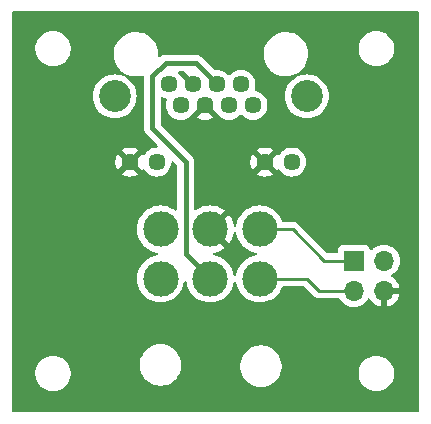
<source format=gbl>
G04 #@! TF.GenerationSoftware,KiCad,Pcbnew,(7.0.0-0)*
G04 #@! TF.CreationDate,2023-06-07T10:38:09+02:00*
G04 #@! TF.ProjectId,hru300 adapter pcn,68727533-3030-4206-9164-617074657220,rev?*
G04 #@! TF.SameCoordinates,Original*
G04 #@! TF.FileFunction,Copper,L2,Bot*
G04 #@! TF.FilePolarity,Positive*
%FSLAX46Y46*%
G04 Gerber Fmt 4.6, Leading zero omitted, Abs format (unit mm)*
G04 Created by KiCad (PCBNEW (7.0.0-0)) date 2023-06-07 10:38:09*
%MOMM*%
%LPD*%
G01*
G04 APERTURE LIST*
G04 #@! TA.AperFunction,ComponentPad*
%ADD10R,1.700000X1.700000*%
G04 #@! TD*
G04 #@! TA.AperFunction,ComponentPad*
%ADD11O,1.700000X1.700000*%
G04 #@! TD*
G04 #@! TA.AperFunction,ComponentPad*
%ADD12C,1.446000*%
G04 #@! TD*
G04 #@! TA.AperFunction,ComponentPad*
%ADD13C,2.700000*%
G04 #@! TD*
G04 #@! TA.AperFunction,ComponentPad*
%ADD14C,3.000000*%
G04 #@! TD*
G04 #@! TA.AperFunction,Conductor*
%ADD15C,0.250000*%
G04 #@! TD*
G04 #@! TA.AperFunction,Conductor*
%ADD16C,0.406400*%
G04 #@! TD*
G04 APERTURE END LIST*
D10*
X156459999Y-91959999D03*
D11*
X158999999Y-91959999D03*
X156459999Y-94499999D03*
X158999999Y-94499999D03*
D12*
X140784200Y-77012800D03*
X141804200Y-78792800D03*
X142824200Y-77012800D03*
X143844200Y-78792800D03*
X144864200Y-77012800D03*
X145884200Y-78792800D03*
X146904200Y-77012800D03*
X147924200Y-78792800D03*
X137494200Y-83602800D03*
X139784200Y-83602800D03*
X148924200Y-83602800D03*
X151214200Y-83602800D03*
D13*
X152484200Y-78032800D03*
X136224200Y-78032800D03*
D14*
X148497400Y-93482200D03*
X144297400Y-93482200D03*
X140097400Y-93482200D03*
X148497400Y-89282200D03*
X144297400Y-89282200D03*
X140097400Y-89282200D03*
D15*
X148497400Y-89282200D02*
X151282200Y-89282200D01*
X153960000Y-91960000D02*
X156460000Y-91960000D01*
X151282200Y-89282200D02*
X153960000Y-91960000D01*
D16*
X144864200Y-77012800D02*
X143060800Y-75209400D01*
X139395200Y-80746600D02*
X142214600Y-83566000D01*
X142214600Y-91399400D02*
X144297400Y-93482200D01*
X140538200Y-75209400D02*
X139395200Y-76352400D01*
X143060800Y-75209400D02*
X140538200Y-75209400D01*
X139395200Y-76352400D02*
X139395200Y-80746600D01*
X142214600Y-83566000D02*
X142214600Y-91399400D01*
D15*
X153500000Y-94500000D02*
X156460000Y-94500000D01*
X148497400Y-93482200D02*
X152482200Y-93482200D01*
X152482200Y-93482200D02*
X153500000Y-94500000D01*
G04 #@! TA.AperFunction,Conductor*
G36*
X142100721Y-75928386D02*
G01*
X142145659Y-75970474D01*
X142163618Y-75998664D01*
X143090072Y-76925118D01*
X143122166Y-76980705D01*
X143122166Y-77044892D01*
X143090072Y-77100480D01*
X142911881Y-77278672D01*
X142856294Y-77310766D01*
X142792107Y-77310766D01*
X142736519Y-77278672D01*
X141835116Y-76377269D01*
X141821222Y-76360712D01*
X141728141Y-76227779D01*
X141728139Y-76227776D01*
X141725036Y-76223345D01*
X141626472Y-76124781D01*
X141596222Y-76075418D01*
X141591680Y-76017702D01*
X141613835Y-75964215D01*
X141657858Y-75926615D01*
X141714153Y-75913100D01*
X142041079Y-75913100D01*
X142100721Y-75928386D01*
G37*
G04 #@! TD.AperFunction*
G04 #@! TA.AperFunction,Conductor*
G36*
X161937500Y-70857713D02*
G01*
X161982887Y-70903100D01*
X161999500Y-70965100D01*
X161999500Y-104676216D01*
X161982857Y-104738269D01*
X161937395Y-104783664D01*
X161875317Y-104800216D01*
X127624317Y-104749783D01*
X127562395Y-104733109D01*
X127517082Y-104687730D01*
X127500500Y-104625783D01*
X127500500Y-101624335D01*
X129499500Y-101624335D01*
X129500343Y-101629387D01*
X129500344Y-101629398D01*
X129522122Y-101759904D01*
X129540429Y-101869614D01*
X129542093Y-101874461D01*
X129542094Y-101874465D01*
X129619507Y-102099962D01*
X129619510Y-102099969D01*
X129621172Y-102104810D01*
X129623607Y-102109310D01*
X129623610Y-102109316D01*
X129688755Y-102229693D01*
X129739526Y-102323509D01*
X129742676Y-102327557D01*
X129742678Y-102327559D01*
X129770861Y-102363768D01*
X129892262Y-102519744D01*
X129896029Y-102523211D01*
X129896032Y-102523215D01*
X130014776Y-102632526D01*
X130075215Y-102688164D01*
X130174057Y-102752740D01*
X130279099Y-102821368D01*
X130279102Y-102821369D01*
X130283393Y-102824173D01*
X130511119Y-102924063D01*
X130752179Y-102985108D01*
X130937933Y-103000500D01*
X131059497Y-103000500D01*
X131062067Y-103000500D01*
X131247821Y-102985108D01*
X131488881Y-102924063D01*
X131716607Y-102824173D01*
X131924785Y-102688164D01*
X132107738Y-102519744D01*
X132260474Y-102323509D01*
X132378828Y-102104810D01*
X132459571Y-101869614D01*
X132500500Y-101624335D01*
X132500500Y-101375665D01*
X132459571Y-101130386D01*
X132385073Y-100913382D01*
X138346900Y-100913382D01*
X138347589Y-100917954D01*
X138347590Y-100917965D01*
X138385312Y-101168228D01*
X138385313Y-101168235D01*
X138386004Y-101172815D01*
X138387369Y-101177243D01*
X138387371Y-101177248D01*
X138461969Y-101419091D01*
X138461973Y-101419101D01*
X138463337Y-101423523D01*
X138577172Y-101659904D01*
X138724967Y-101876679D01*
X138903419Y-102069005D01*
X139108543Y-102232586D01*
X139335757Y-102363768D01*
X139579984Y-102459620D01*
X139835770Y-102518002D01*
X140031906Y-102532700D01*
X140160577Y-102532700D01*
X140162894Y-102532700D01*
X140359030Y-102518002D01*
X140614816Y-102459620D01*
X140859043Y-102363768D01*
X141086257Y-102232586D01*
X141291381Y-102069005D01*
X141469833Y-101876679D01*
X141617628Y-101659904D01*
X141731463Y-101423523D01*
X141808796Y-101172815D01*
X141832827Y-101013382D01*
X146846900Y-101013382D01*
X146847589Y-101017954D01*
X146847590Y-101017965D01*
X146885312Y-101268228D01*
X146885313Y-101268235D01*
X146886004Y-101272815D01*
X146887369Y-101277243D01*
X146887371Y-101277248D01*
X146961969Y-101519091D01*
X146961973Y-101519101D01*
X146963337Y-101523523D01*
X146965346Y-101527696D01*
X146965349Y-101527702D01*
X147030861Y-101663739D01*
X147077172Y-101759904D01*
X147224967Y-101976679D01*
X147403419Y-102169005D01*
X147608543Y-102332586D01*
X147835757Y-102463768D01*
X148079984Y-102559620D01*
X148335770Y-102618002D01*
X148531906Y-102632700D01*
X148660577Y-102632700D01*
X148662894Y-102632700D01*
X148859030Y-102618002D01*
X149114816Y-102559620D01*
X149359043Y-102463768D01*
X149586257Y-102332586D01*
X149791381Y-102169005D01*
X149969833Y-101976679D01*
X150117628Y-101759904D01*
X150182915Y-101624335D01*
X156868500Y-101624335D01*
X156869343Y-101629387D01*
X156869344Y-101629398D01*
X156891122Y-101759904D01*
X156909429Y-101869614D01*
X156911093Y-101874461D01*
X156911094Y-101874465D01*
X156988507Y-102099962D01*
X156988510Y-102099969D01*
X156990172Y-102104810D01*
X156992607Y-102109310D01*
X156992610Y-102109316D01*
X157057755Y-102229693D01*
X157108526Y-102323509D01*
X157111676Y-102327557D01*
X157111678Y-102327559D01*
X157139861Y-102363768D01*
X157261262Y-102519744D01*
X157265029Y-102523211D01*
X157265032Y-102523215D01*
X157383776Y-102632526D01*
X157444215Y-102688164D01*
X157543057Y-102752740D01*
X157648099Y-102821368D01*
X157648102Y-102821369D01*
X157652393Y-102824173D01*
X157880119Y-102924063D01*
X158121179Y-102985108D01*
X158306933Y-103000500D01*
X158428497Y-103000500D01*
X158431067Y-103000500D01*
X158616821Y-102985108D01*
X158857881Y-102924063D01*
X159085607Y-102824173D01*
X159293785Y-102688164D01*
X159476738Y-102519744D01*
X159629474Y-102323509D01*
X159747828Y-102104810D01*
X159828571Y-101869614D01*
X159869500Y-101624335D01*
X159869500Y-101375665D01*
X159828571Y-101130386D01*
X159747828Y-100895190D01*
X159629474Y-100676491D01*
X159476738Y-100480256D01*
X159472970Y-100476787D01*
X159472967Y-100476784D01*
X159297560Y-100315311D01*
X159297559Y-100315310D01*
X159293785Y-100311836D01*
X159285885Y-100306675D01*
X159089900Y-100178631D01*
X159089893Y-100178627D01*
X159085607Y-100175827D01*
X159080916Y-100173769D01*
X159080910Y-100173766D01*
X158862577Y-100077997D01*
X158862578Y-100077997D01*
X158857881Y-100075937D01*
X158852911Y-100074678D01*
X158852910Y-100074678D01*
X158621795Y-100016151D01*
X158621788Y-100016149D01*
X158616821Y-100014892D01*
X158611709Y-100014468D01*
X158611701Y-100014467D01*
X158433633Y-99999712D01*
X158433617Y-99999711D01*
X158431067Y-99999500D01*
X158306933Y-99999500D01*
X158304383Y-99999711D01*
X158304366Y-99999712D01*
X158126298Y-100014467D01*
X158126288Y-100014468D01*
X158121179Y-100014892D01*
X158116213Y-100016149D01*
X158116204Y-100016151D01*
X157885089Y-100074678D01*
X157885084Y-100074679D01*
X157880119Y-100075937D01*
X157875425Y-100077995D01*
X157875422Y-100077997D01*
X157657089Y-100173766D01*
X157657077Y-100173772D01*
X157652393Y-100175827D01*
X157648111Y-100178624D01*
X157648099Y-100178631D01*
X157448512Y-100309028D01*
X157448506Y-100309031D01*
X157444215Y-100311836D01*
X157440446Y-100315305D01*
X157440439Y-100315311D01*
X157265032Y-100476784D01*
X157265023Y-100476793D01*
X157261262Y-100480256D01*
X157258113Y-100484301D01*
X157258111Y-100484304D01*
X157111678Y-100672440D01*
X157111672Y-100672448D01*
X157108526Y-100676491D01*
X157106088Y-100680995D01*
X157106084Y-100681002D01*
X156992610Y-100890683D01*
X156992605Y-100890693D01*
X156990172Y-100895190D01*
X156988511Y-100900026D01*
X156988507Y-100900037D01*
X156911094Y-101125534D01*
X156911092Y-101125541D01*
X156909429Y-101130386D01*
X156908585Y-101135441D01*
X156908585Y-101135443D01*
X156869344Y-101370601D01*
X156869343Y-101370613D01*
X156868500Y-101375665D01*
X156868500Y-101624335D01*
X150182915Y-101624335D01*
X150231463Y-101523523D01*
X150308796Y-101272815D01*
X150347900Y-101013382D01*
X150347900Y-100751018D01*
X150308796Y-100491585D01*
X150231463Y-100240877D01*
X150117628Y-100004496D01*
X149969833Y-99787721D01*
X149791381Y-99595395D01*
X149586257Y-99431814D01*
X149413052Y-99331814D01*
X149363064Y-99302953D01*
X149363058Y-99302950D01*
X149359043Y-99300632D01*
X149354724Y-99298937D01*
X149354718Y-99298934D01*
X149119138Y-99206476D01*
X149119134Y-99206475D01*
X149114816Y-99204780D01*
X149110293Y-99203747D01*
X149110291Y-99203747D01*
X148863549Y-99147429D01*
X148863543Y-99147428D01*
X148859030Y-99146398D01*
X148854408Y-99146051D01*
X148854404Y-99146051D01*
X148665208Y-99131873D01*
X148665197Y-99131872D01*
X148662894Y-99131700D01*
X148531906Y-99131700D01*
X148529603Y-99131872D01*
X148529591Y-99131873D01*
X148340395Y-99146051D01*
X148340389Y-99146051D01*
X148335770Y-99146398D01*
X148331258Y-99147427D01*
X148331250Y-99147429D01*
X148084508Y-99203747D01*
X148084502Y-99203748D01*
X148079984Y-99204780D01*
X148075668Y-99206473D01*
X148075661Y-99206476D01*
X147840081Y-99298934D01*
X147840070Y-99298939D01*
X147835757Y-99300632D01*
X147831746Y-99302947D01*
X147831735Y-99302953D01*
X147612561Y-99429494D01*
X147608543Y-99431814D01*
X147604919Y-99434703D01*
X147604916Y-99434706D01*
X147407046Y-99592502D01*
X147407041Y-99592506D01*
X147403419Y-99595395D01*
X147400265Y-99598793D01*
X147400263Y-99598796D01*
X147228119Y-99784323D01*
X147228113Y-99784329D01*
X147224967Y-99787721D01*
X147222357Y-99791548D01*
X147222357Y-99791549D01*
X147080434Y-99999712D01*
X147077172Y-100004496D01*
X147075159Y-100008674D01*
X147075156Y-100008681D01*
X146965349Y-100236697D01*
X146965344Y-100236708D01*
X146963337Y-100240877D01*
X146961974Y-100245293D01*
X146961969Y-100245308D01*
X146887371Y-100487151D01*
X146887368Y-100487159D01*
X146886004Y-100491585D01*
X146885314Y-100496161D01*
X146885312Y-100496171D01*
X146847590Y-100746434D01*
X146847589Y-100746446D01*
X146846900Y-100751018D01*
X146846900Y-101013382D01*
X141832827Y-101013382D01*
X141847900Y-100913382D01*
X141847900Y-100651018D01*
X141808796Y-100391585D01*
X141762309Y-100240877D01*
X141732830Y-100145308D01*
X141732828Y-100145305D01*
X141731463Y-100140877D01*
X141617628Y-99904496D01*
X141469833Y-99687721D01*
X141291381Y-99495395D01*
X141086257Y-99331814D01*
X140991616Y-99277173D01*
X140863064Y-99202953D01*
X140863058Y-99202950D01*
X140859043Y-99200632D01*
X140854724Y-99198937D01*
X140854718Y-99198934D01*
X140619138Y-99106476D01*
X140619134Y-99106475D01*
X140614816Y-99104780D01*
X140610293Y-99103747D01*
X140610291Y-99103747D01*
X140363549Y-99047429D01*
X140363543Y-99047428D01*
X140359030Y-99046398D01*
X140354408Y-99046051D01*
X140354404Y-99046051D01*
X140165208Y-99031873D01*
X140165197Y-99031872D01*
X140162894Y-99031700D01*
X140031906Y-99031700D01*
X140029603Y-99031872D01*
X140029591Y-99031873D01*
X139840395Y-99046051D01*
X139840389Y-99046051D01*
X139835770Y-99046398D01*
X139831258Y-99047427D01*
X139831250Y-99047429D01*
X139584508Y-99103747D01*
X139584502Y-99103748D01*
X139579984Y-99104780D01*
X139575668Y-99106473D01*
X139575661Y-99106476D01*
X139340081Y-99198934D01*
X139340070Y-99198939D01*
X139335757Y-99200632D01*
X139331746Y-99202947D01*
X139331735Y-99202953D01*
X139112561Y-99329494D01*
X139108543Y-99331814D01*
X139104919Y-99334703D01*
X139104916Y-99334706D01*
X138907046Y-99492502D01*
X138907041Y-99492506D01*
X138903419Y-99495395D01*
X138900265Y-99498793D01*
X138900263Y-99498796D01*
X138728119Y-99684323D01*
X138728113Y-99684329D01*
X138724967Y-99687721D01*
X138577172Y-99904496D01*
X138575159Y-99908674D01*
X138575156Y-99908681D01*
X138465349Y-100136697D01*
X138465344Y-100136708D01*
X138463337Y-100140877D01*
X138461974Y-100145293D01*
X138461969Y-100145308D01*
X138387371Y-100387151D01*
X138387368Y-100387159D01*
X138386004Y-100391585D01*
X138385314Y-100396161D01*
X138385312Y-100396171D01*
X138347590Y-100646434D01*
X138347589Y-100646446D01*
X138346900Y-100651018D01*
X138346900Y-100913382D01*
X132385073Y-100913382D01*
X132378828Y-100895190D01*
X132260474Y-100676491D01*
X132107738Y-100480256D01*
X132103970Y-100476787D01*
X132103967Y-100476784D01*
X131928560Y-100315311D01*
X131928559Y-100315310D01*
X131924785Y-100311836D01*
X131916885Y-100306675D01*
X131720900Y-100178631D01*
X131720893Y-100178627D01*
X131716607Y-100175827D01*
X131711916Y-100173769D01*
X131711910Y-100173766D01*
X131493577Y-100077997D01*
X131493578Y-100077997D01*
X131488881Y-100075937D01*
X131483911Y-100074678D01*
X131483910Y-100074678D01*
X131252795Y-100016151D01*
X131252788Y-100016149D01*
X131247821Y-100014892D01*
X131242709Y-100014468D01*
X131242701Y-100014467D01*
X131064633Y-99999712D01*
X131064617Y-99999711D01*
X131062067Y-99999500D01*
X130937933Y-99999500D01*
X130935383Y-99999711D01*
X130935366Y-99999712D01*
X130757298Y-100014467D01*
X130757288Y-100014468D01*
X130752179Y-100014892D01*
X130747213Y-100016149D01*
X130747204Y-100016151D01*
X130516089Y-100074678D01*
X130516084Y-100074679D01*
X130511119Y-100075937D01*
X130506425Y-100077995D01*
X130506422Y-100077997D01*
X130288089Y-100173766D01*
X130288077Y-100173772D01*
X130283393Y-100175827D01*
X130279111Y-100178624D01*
X130279099Y-100178631D01*
X130079512Y-100309028D01*
X130079506Y-100309031D01*
X130075215Y-100311836D01*
X130071446Y-100315305D01*
X130071439Y-100315311D01*
X129896032Y-100476784D01*
X129896023Y-100476793D01*
X129892262Y-100480256D01*
X129889113Y-100484301D01*
X129889111Y-100484304D01*
X129742678Y-100672440D01*
X129742672Y-100672448D01*
X129739526Y-100676491D01*
X129737088Y-100680995D01*
X129737084Y-100681002D01*
X129623610Y-100890683D01*
X129623605Y-100890693D01*
X129621172Y-100895190D01*
X129619511Y-100900026D01*
X129619507Y-100900037D01*
X129542094Y-101125534D01*
X129542092Y-101125541D01*
X129540429Y-101130386D01*
X129539585Y-101135441D01*
X129539585Y-101135443D01*
X129500344Y-101370601D01*
X129500343Y-101370613D01*
X129499500Y-101375665D01*
X129499500Y-101624335D01*
X127500500Y-101624335D01*
X127500500Y-84626216D01*
X136827705Y-84626216D01*
X136835136Y-84634325D01*
X136875931Y-84662891D01*
X136885269Y-84668282D01*
X137069404Y-84754146D01*
X137079538Y-84757834D01*
X137275784Y-84810419D01*
X137286415Y-84812293D01*
X137488805Y-84830000D01*
X137499595Y-84830000D01*
X137701984Y-84812293D01*
X137712615Y-84810419D01*
X137908861Y-84757834D01*
X137918995Y-84754146D01*
X138103128Y-84668283D01*
X138112472Y-84662888D01*
X138153261Y-84634326D01*
X138160692Y-84626215D01*
X138154779Y-84616933D01*
X137505742Y-83967895D01*
X137494199Y-83961231D01*
X137482657Y-83967895D01*
X136833619Y-84616933D01*
X136827705Y-84626216D01*
X127500500Y-84626216D01*
X127500500Y-83608195D01*
X136267000Y-83608195D01*
X136284706Y-83810584D01*
X136286580Y-83821215D01*
X136339165Y-84017461D01*
X136342853Y-84027595D01*
X136428716Y-84211728D01*
X136434112Y-84221073D01*
X136462672Y-84261860D01*
X136470783Y-84269292D01*
X136480065Y-84263379D01*
X137129103Y-83614341D01*
X137135767Y-83602799D01*
X137129103Y-83591256D01*
X136480062Y-82942216D01*
X136470783Y-82936305D01*
X136462672Y-82943738D01*
X136434113Y-82984524D01*
X136428715Y-82993874D01*
X136342853Y-83178004D01*
X136339165Y-83188138D01*
X136286580Y-83384384D01*
X136284706Y-83395015D01*
X136267000Y-83597405D01*
X136267000Y-83608195D01*
X127500500Y-83608195D01*
X127500500Y-82579383D01*
X136827705Y-82579383D01*
X136833616Y-82588662D01*
X137482657Y-83237703D01*
X137494200Y-83244367D01*
X137505742Y-83237703D01*
X138154779Y-82588665D01*
X138160692Y-82579383D01*
X138153260Y-82571272D01*
X138112473Y-82542712D01*
X138103128Y-82537316D01*
X137918995Y-82451453D01*
X137908861Y-82447765D01*
X137712615Y-82395180D01*
X137701984Y-82393306D01*
X137499595Y-82375600D01*
X137488805Y-82375600D01*
X137286415Y-82393306D01*
X137275784Y-82395180D01*
X137079538Y-82447765D01*
X137069404Y-82451453D01*
X136885274Y-82537315D01*
X136875924Y-82542713D01*
X136835138Y-82571272D01*
X136827705Y-82579383D01*
X127500500Y-82579383D01*
X127500500Y-78032800D01*
X134368973Y-78032800D01*
X134369289Y-78037218D01*
X134387540Y-78292403D01*
X134387541Y-78292412D01*
X134387857Y-78296826D01*
X134388797Y-78301151D01*
X134388799Y-78301159D01*
X134437912Y-78526927D01*
X134444123Y-78555478D01*
X134445672Y-78559631D01*
X134535078Y-78799340D01*
X134535080Y-78799346D01*
X134536626Y-78803489D01*
X134663484Y-79035811D01*
X134822113Y-79247715D01*
X135009285Y-79434887D01*
X135221189Y-79593516D01*
X135453511Y-79720374D01*
X135701522Y-79812877D01*
X135960174Y-79869143D01*
X136224200Y-79888027D01*
X136488226Y-79869143D01*
X136746878Y-79812877D01*
X136994889Y-79720374D01*
X137227211Y-79593516D01*
X137439115Y-79434887D01*
X137626287Y-79247715D01*
X137784916Y-79035811D01*
X137911774Y-78803489D01*
X138004277Y-78555478D01*
X138060543Y-78296826D01*
X138079427Y-78032800D01*
X138060543Y-77768774D01*
X138004277Y-77510122D01*
X137911774Y-77262111D01*
X137784916Y-77029789D01*
X137626287Y-76817885D01*
X137439115Y-76630713D01*
X137227211Y-76472084D01*
X136994889Y-76345226D01*
X136990746Y-76343680D01*
X136990740Y-76343678D01*
X136751031Y-76254272D01*
X136746878Y-76252723D01*
X136742546Y-76251780D01*
X136742544Y-76251780D01*
X136492559Y-76197399D01*
X136492551Y-76197397D01*
X136488226Y-76196457D01*
X136483812Y-76196141D01*
X136483803Y-76196140D01*
X136228618Y-76177889D01*
X136224200Y-76177573D01*
X136219782Y-76177889D01*
X135964596Y-76196140D01*
X135964585Y-76196141D01*
X135960174Y-76196457D01*
X135955850Y-76197397D01*
X135955840Y-76197399D01*
X135705855Y-76251780D01*
X135705849Y-76251781D01*
X135701522Y-76252723D01*
X135697372Y-76254270D01*
X135697368Y-76254272D01*
X135457659Y-76343678D01*
X135457648Y-76343682D01*
X135453511Y-76345226D01*
X135449629Y-76347345D01*
X135449624Y-76347348D01*
X135225083Y-76469957D01*
X135225075Y-76469961D01*
X135221189Y-76472084D01*
X135217639Y-76474741D01*
X135217635Y-76474744D01*
X135012836Y-76628054D01*
X135012829Y-76628059D01*
X135009285Y-76630713D01*
X135006154Y-76633843D01*
X135006147Y-76633850D01*
X134825250Y-76814747D01*
X134825243Y-76814754D01*
X134822113Y-76817885D01*
X134819459Y-76821429D01*
X134819454Y-76821436D01*
X134672163Y-77018195D01*
X134663484Y-77029789D01*
X134661361Y-77033675D01*
X134661357Y-77033683D01*
X134553453Y-77231294D01*
X134536626Y-77262111D01*
X134535082Y-77266248D01*
X134535078Y-77266259D01*
X134472940Y-77432860D01*
X134444123Y-77510122D01*
X134443181Y-77514449D01*
X134443180Y-77514455D01*
X134388799Y-77764440D01*
X134388797Y-77764450D01*
X134387857Y-77768774D01*
X134387541Y-77773185D01*
X134387540Y-77773196D01*
X134369543Y-78024823D01*
X134368973Y-78032800D01*
X127500500Y-78032800D01*
X127500500Y-74124335D01*
X129499500Y-74124335D01*
X129500343Y-74129387D01*
X129500344Y-74129398D01*
X129522583Y-74262666D01*
X129540429Y-74369614D01*
X129542093Y-74374461D01*
X129542094Y-74374465D01*
X129619507Y-74599962D01*
X129619510Y-74599969D01*
X129621172Y-74604810D01*
X129623607Y-74609310D01*
X129623610Y-74609316D01*
X129737084Y-74818997D01*
X129739526Y-74823509D01*
X129892262Y-75019744D01*
X129896029Y-75023211D01*
X129896032Y-75023215D01*
X129952944Y-75075606D01*
X130075215Y-75188164D01*
X130174057Y-75252740D01*
X130279099Y-75321368D01*
X130279102Y-75321369D01*
X130283393Y-75324173D01*
X130288087Y-75326232D01*
X130288089Y-75326233D01*
X130324599Y-75342248D01*
X130511119Y-75424063D01*
X130752179Y-75485108D01*
X130937933Y-75500500D01*
X131059497Y-75500500D01*
X131062067Y-75500500D01*
X131247821Y-75485108D01*
X131488881Y-75424063D01*
X131716607Y-75324173D01*
X131924785Y-75188164D01*
X132107738Y-75019744D01*
X132260474Y-74823509D01*
X132378828Y-74604810D01*
X132400569Y-74541480D01*
X136124938Y-74541480D01*
X136125432Y-74545977D01*
X136125433Y-74545982D01*
X136154467Y-74809859D01*
X136154468Y-74809866D01*
X136154964Y-74814371D01*
X136156109Y-74818751D01*
X136156111Y-74818761D01*
X136207597Y-75015695D01*
X136224404Y-75079982D01*
X136226169Y-75084136D01*
X136226172Y-75084144D01*
X136329049Y-75326233D01*
X136331777Y-75332652D01*
X136334134Y-75336514D01*
X136424819Y-75485108D01*
X136474795Y-75566996D01*
X136477693Y-75570478D01*
X136477695Y-75570481D01*
X136567991Y-75678983D01*
X136650409Y-75778018D01*
X136854877Y-75961223D01*
X137083841Y-76112704D01*
X137087932Y-76114621D01*
X137087936Y-76114624D01*
X137328325Y-76227313D01*
X137332421Y-76229233D01*
X137595319Y-76308327D01*
X137866931Y-76348300D01*
X138070485Y-76348300D01*
X138072747Y-76348300D01*
X138278005Y-76333277D01*
X138540539Y-76274795D01*
X138595566Y-76275046D01*
X138645065Y-76299083D01*
X138679290Y-76342172D01*
X138691500Y-76395828D01*
X138691500Y-80721600D01*
X138691274Y-80729086D01*
X138688078Y-80781912D01*
X138688078Y-80781919D01*
X138687626Y-80789400D01*
X138688977Y-80796775D01*
X138688978Y-80796783D01*
X138698514Y-80848823D01*
X138699641Y-80856223D01*
X138706026Y-80908802D01*
X138706930Y-80916243D01*
X138709586Y-80923248D01*
X138709588Y-80923253D01*
X138710559Y-80925812D01*
X138716587Y-80947434D01*
X138717077Y-80950110D01*
X138717078Y-80950114D01*
X138718430Y-80957490D01*
X138743234Y-81012606D01*
X138746093Y-81019508D01*
X138767529Y-81076027D01*
X138771785Y-81082194D01*
X138771789Y-81082200D01*
X138773338Y-81084444D01*
X138784365Y-81103995D01*
X138788564Y-81113325D01*
X138793188Y-81119228D01*
X138793190Y-81119230D01*
X138825848Y-81160914D01*
X138830284Y-81166943D01*
X138864605Y-81216666D01*
X138909830Y-81256732D01*
X138915284Y-81261866D01*
X139820394Y-82166976D01*
X139853774Y-82227818D01*
X139849235Y-82297067D01*
X139808200Y-82353033D01*
X139743521Y-82378185D01*
X139576319Y-82392813D01*
X139576313Y-82392814D01*
X139570930Y-82393285D01*
X139565716Y-82394682D01*
X139565705Y-82394684D01*
X139369372Y-82447291D01*
X139369360Y-82447295D01*
X139364140Y-82448694D01*
X139359239Y-82450979D01*
X139359229Y-82450983D01*
X139175023Y-82536880D01*
X139175019Y-82536882D01*
X139170113Y-82539170D01*
X139165680Y-82542273D01*
X139165673Y-82542278D01*
X138999180Y-82658858D01*
X138999175Y-82658861D01*
X138994745Y-82661964D01*
X138990921Y-82665787D01*
X138990915Y-82665793D01*
X138847193Y-82809515D01*
X138847187Y-82809521D01*
X138843364Y-82813345D01*
X138840262Y-82817774D01*
X138840262Y-82817775D01*
X138740469Y-82960294D01*
X138696151Y-82999159D01*
X138638894Y-83013170D01*
X138581638Y-82999160D01*
X138537320Y-82960294D01*
X138525727Y-82943738D01*
X138517616Y-82936305D01*
X138508333Y-82942219D01*
X137859295Y-83591256D01*
X137852631Y-83602799D01*
X137859295Y-83614341D01*
X138508333Y-84263379D01*
X138517615Y-84269292D01*
X138525725Y-84261862D01*
X138537320Y-84245304D01*
X138581638Y-84206439D01*
X138638895Y-84192429D01*
X138696151Y-84206440D01*
X138740467Y-84245303D01*
X138843364Y-84392255D01*
X138994745Y-84543636D01*
X139170113Y-84666430D01*
X139364140Y-84756906D01*
X139570930Y-84812315D01*
X139784200Y-84830974D01*
X139997470Y-84812315D01*
X140204260Y-84756906D01*
X140398287Y-84666430D01*
X140573655Y-84543636D01*
X140725036Y-84392255D01*
X140847830Y-84216887D01*
X140938306Y-84022860D01*
X140993715Y-83816070D01*
X141008815Y-83643475D01*
X141033966Y-83578800D01*
X141089931Y-83537764D01*
X141159180Y-83533225D01*
X141220023Y-83566605D01*
X141474581Y-83821163D01*
X141501461Y-83861391D01*
X141510900Y-83908844D01*
X141510900Y-87593679D01*
X141492395Y-87658846D01*
X141442404Y-87704563D01*
X141375848Y-87717185D01*
X141312591Y-87692947D01*
X141181715Y-87594974D01*
X141177820Y-87592847D01*
X140934450Y-87459956D01*
X140934443Y-87459953D01*
X140930561Y-87457833D01*
X140926417Y-87456287D01*
X140926412Y-87456285D01*
X140666589Y-87359376D01*
X140666585Y-87359375D01*
X140662446Y-87357831D01*
X140632475Y-87351311D01*
X140387161Y-87297946D01*
X140387153Y-87297944D01*
X140382828Y-87297004D01*
X140378414Y-87296688D01*
X140378405Y-87296687D01*
X140101818Y-87276906D01*
X140097400Y-87276590D01*
X140092982Y-87276906D01*
X139816394Y-87296687D01*
X139816383Y-87296688D01*
X139811972Y-87297004D01*
X139807648Y-87297944D01*
X139807638Y-87297946D01*
X139536679Y-87356890D01*
X139536676Y-87356890D01*
X139532354Y-87357831D01*
X139528218Y-87359373D01*
X139528210Y-87359376D01*
X139268387Y-87456285D01*
X139268376Y-87456289D01*
X139264239Y-87457833D01*
X139260361Y-87459950D01*
X139260349Y-87459956D01*
X139016979Y-87592847D01*
X139016971Y-87592851D01*
X139013085Y-87594974D01*
X139009535Y-87597631D01*
X139009531Y-87597634D01*
X138787556Y-87763802D01*
X138787549Y-87763807D01*
X138784005Y-87766461D01*
X138780874Y-87769591D01*
X138780867Y-87769598D01*
X138584798Y-87965667D01*
X138584791Y-87965674D01*
X138581661Y-87968805D01*
X138579007Y-87972349D01*
X138579002Y-87972356D01*
X138412834Y-88194331D01*
X138410174Y-88197885D01*
X138408051Y-88201771D01*
X138408047Y-88201779D01*
X138275156Y-88445149D01*
X138275150Y-88445161D01*
X138273033Y-88449039D01*
X138271489Y-88453176D01*
X138271485Y-88453187D01*
X138174576Y-88713010D01*
X138174573Y-88713018D01*
X138173031Y-88717154D01*
X138172090Y-88721476D01*
X138172090Y-88721479D01*
X138113146Y-88992438D01*
X138113144Y-88992448D01*
X138112204Y-88996772D01*
X138111888Y-89001183D01*
X138111887Y-89001194D01*
X138098061Y-89194519D01*
X138091790Y-89282200D01*
X138092106Y-89286618D01*
X138111887Y-89563205D01*
X138111888Y-89563214D01*
X138112204Y-89567628D01*
X138113144Y-89571953D01*
X138113146Y-89571961D01*
X138118310Y-89595698D01*
X138173031Y-89847246D01*
X138174575Y-89851385D01*
X138174576Y-89851389D01*
X138271407Y-90111003D01*
X138273033Y-90115361D01*
X138275153Y-90119243D01*
X138275156Y-90119250D01*
X138407900Y-90362350D01*
X138410174Y-90366515D01*
X138581661Y-90595595D01*
X138784005Y-90797939D01*
X139013085Y-90969426D01*
X139264239Y-91106567D01*
X139532354Y-91206569D01*
X139782729Y-91261034D01*
X139841509Y-91292049D01*
X139875832Y-91348966D01*
X139875832Y-91415431D01*
X139841510Y-91472348D01*
X139782727Y-91503365D01*
X139536676Y-91556890D01*
X139536665Y-91556893D01*
X139532354Y-91557831D01*
X139528218Y-91559373D01*
X139528210Y-91559376D01*
X139268387Y-91656285D01*
X139268376Y-91656289D01*
X139264239Y-91657833D01*
X139260361Y-91659950D01*
X139260349Y-91659956D01*
X139016979Y-91792847D01*
X139016971Y-91792851D01*
X139013085Y-91794974D01*
X139009535Y-91797631D01*
X139009531Y-91797634D01*
X138787556Y-91963802D01*
X138787549Y-91963807D01*
X138784005Y-91966461D01*
X138780874Y-91969591D01*
X138780867Y-91969598D01*
X138584798Y-92165667D01*
X138584791Y-92165674D01*
X138581661Y-92168805D01*
X138579007Y-92172349D01*
X138579002Y-92172356D01*
X138412834Y-92394331D01*
X138410174Y-92397885D01*
X138408051Y-92401771D01*
X138408047Y-92401779D01*
X138275156Y-92645149D01*
X138275150Y-92645161D01*
X138273033Y-92649039D01*
X138271489Y-92653176D01*
X138271485Y-92653187D01*
X138174576Y-92913010D01*
X138174573Y-92913018D01*
X138173031Y-92917154D01*
X138172090Y-92921476D01*
X138172090Y-92921479D01*
X138113146Y-93192438D01*
X138113144Y-93192448D01*
X138112204Y-93196772D01*
X138111888Y-93201183D01*
X138111887Y-93201194D01*
X138105174Y-93295063D01*
X138091790Y-93482200D01*
X138092106Y-93486618D01*
X138111887Y-93763205D01*
X138111888Y-93763214D01*
X138112204Y-93767628D01*
X138113144Y-93771953D01*
X138113146Y-93771961D01*
X138166511Y-94017275D01*
X138173031Y-94047246D01*
X138174575Y-94051385D01*
X138174576Y-94051389D01*
X138254850Y-94266613D01*
X138273033Y-94315361D01*
X138275153Y-94319243D01*
X138275156Y-94319250D01*
X138305052Y-94374000D01*
X138410174Y-94566515D01*
X138581661Y-94795595D01*
X138784005Y-94997939D01*
X139013085Y-95169426D01*
X139264239Y-95306567D01*
X139532354Y-95406569D01*
X139811972Y-95467396D01*
X140097400Y-95487810D01*
X140382828Y-95467396D01*
X140662446Y-95406569D01*
X140930561Y-95306567D01*
X141181715Y-95169426D01*
X141410795Y-94997939D01*
X141613139Y-94795595D01*
X141784626Y-94566515D01*
X141921767Y-94315361D01*
X142021769Y-94047246D01*
X142076234Y-93796872D01*
X142107251Y-93738089D01*
X142164168Y-93703767D01*
X142230632Y-93703767D01*
X142287549Y-93738089D01*
X142318565Y-93796872D01*
X142373031Y-94047246D01*
X142374575Y-94051385D01*
X142374576Y-94051389D01*
X142454850Y-94266613D01*
X142473033Y-94315361D01*
X142475153Y-94319243D01*
X142475156Y-94319250D01*
X142505052Y-94374000D01*
X142610174Y-94566515D01*
X142781661Y-94795595D01*
X142984005Y-94997939D01*
X143213085Y-95169426D01*
X143464239Y-95306567D01*
X143732354Y-95406569D01*
X144011972Y-95467396D01*
X144297400Y-95487810D01*
X144582828Y-95467396D01*
X144862446Y-95406569D01*
X145130561Y-95306567D01*
X145381715Y-95169426D01*
X145610795Y-94997939D01*
X145813139Y-94795595D01*
X145984626Y-94566515D01*
X146121767Y-94315361D01*
X146221769Y-94047246D01*
X146276234Y-93796872D01*
X146307251Y-93738089D01*
X146364168Y-93703767D01*
X146430632Y-93703767D01*
X146487549Y-93738089D01*
X146518565Y-93796872D01*
X146573031Y-94047246D01*
X146574575Y-94051385D01*
X146574576Y-94051389D01*
X146654850Y-94266613D01*
X146673033Y-94315361D01*
X146675153Y-94319243D01*
X146675156Y-94319250D01*
X146705052Y-94374000D01*
X146810174Y-94566515D01*
X146981661Y-94795595D01*
X147184005Y-94997939D01*
X147413085Y-95169426D01*
X147664239Y-95306567D01*
X147932354Y-95406569D01*
X148211972Y-95467396D01*
X148497400Y-95487810D01*
X148782828Y-95467396D01*
X149062446Y-95406569D01*
X149330561Y-95306567D01*
X149581715Y-95169426D01*
X149810795Y-94997939D01*
X150013139Y-94795595D01*
X150184626Y-94566515D01*
X150321767Y-94315361D01*
X150369133Y-94188366D01*
X150395573Y-94146130D01*
X150436503Y-94117712D01*
X150485316Y-94107700D01*
X152171748Y-94107700D01*
X152219201Y-94117139D01*
X152259429Y-94144019D01*
X153002707Y-94887297D01*
X153010156Y-94895483D01*
X153014214Y-94901877D01*
X153019899Y-94907215D01*
X153019901Y-94907218D01*
X153063239Y-94947915D01*
X153066035Y-94950625D01*
X153085530Y-94970120D01*
X153088615Y-94972513D01*
X153088701Y-94972580D01*
X153097573Y-94980158D01*
X153129418Y-95010062D01*
X153136248Y-95013817D01*
X153136251Y-95013819D01*
X153146971Y-95019712D01*
X153163222Y-95030386D01*
X153179064Y-95042674D01*
X153186221Y-95045771D01*
X153186223Y-95045772D01*
X153219155Y-95060022D01*
X153229650Y-95065164D01*
X153267908Y-95086197D01*
X153287312Y-95091179D01*
X153305714Y-95097480D01*
X153316941Y-95102338D01*
X153324105Y-95105438D01*
X153361697Y-95111391D01*
X153367239Y-95112269D01*
X153378682Y-95114639D01*
X153413425Y-95123560D01*
X153413426Y-95123560D01*
X153420981Y-95125500D01*
X153441017Y-95125500D01*
X153460402Y-95127025D01*
X153480196Y-95130160D01*
X153518276Y-95126560D01*
X153523676Y-95126050D01*
X153535345Y-95125500D01*
X155184772Y-95125500D01*
X155242029Y-95139511D01*
X155286347Y-95178376D01*
X155418399Y-95366966D01*
X155418402Y-95366970D01*
X155421505Y-95371401D01*
X155588599Y-95538495D01*
X155782170Y-95674035D01*
X155996337Y-95773903D01*
X156224592Y-95835063D01*
X156460000Y-95855659D01*
X156695408Y-95835063D01*
X156923663Y-95773903D01*
X157137830Y-95674035D01*
X157331401Y-95538495D01*
X157498495Y-95371401D01*
X157628730Y-95185405D01*
X157673048Y-95146540D01*
X157730305Y-95132529D01*
X157787562Y-95146540D01*
X157831880Y-95185405D01*
X157958784Y-95366643D01*
X157965721Y-95374909D01*
X158125090Y-95534278D01*
X158133356Y-95541215D01*
X158317991Y-95670498D01*
X158327323Y-95675886D01*
X158531602Y-95771143D01*
X158541736Y-95774831D01*
X158736219Y-95826943D01*
X158747448Y-95827311D01*
X158750000Y-95816369D01*
X159250000Y-95816369D01*
X159252551Y-95827311D01*
X159263780Y-95826943D01*
X159458263Y-95774831D01*
X159468397Y-95771143D01*
X159672676Y-95675886D01*
X159682008Y-95670498D01*
X159866643Y-95541215D01*
X159874909Y-95534278D01*
X160034278Y-95374909D01*
X160041215Y-95366643D01*
X160170498Y-95182008D01*
X160175886Y-95172676D01*
X160271143Y-94968397D01*
X160274831Y-94958263D01*
X160326943Y-94763780D01*
X160327311Y-94752551D01*
X160316369Y-94750000D01*
X159266326Y-94750000D01*
X159253450Y-94753450D01*
X159250000Y-94766326D01*
X159250000Y-95816369D01*
X158750000Y-95816369D01*
X158750000Y-94374000D01*
X158766613Y-94312000D01*
X158812000Y-94266613D01*
X158874000Y-94250000D01*
X160316369Y-94250000D01*
X160327311Y-94247448D01*
X160326943Y-94236219D01*
X160274831Y-94041736D01*
X160271143Y-94031602D01*
X160175889Y-93827332D01*
X160170491Y-93817982D01*
X160041215Y-93633357D01*
X160034280Y-93625092D01*
X159874909Y-93465721D01*
X159866643Y-93458784D01*
X159685405Y-93331880D01*
X159646540Y-93287562D01*
X159632529Y-93230305D01*
X159646540Y-93173048D01*
X159685406Y-93128730D01*
X159733728Y-93094895D01*
X159871401Y-92998495D01*
X160038495Y-92831401D01*
X160174035Y-92637830D01*
X160273903Y-92423663D01*
X160335063Y-92195408D01*
X160355659Y-91960000D01*
X160335063Y-91724592D01*
X160273903Y-91496337D01*
X160174035Y-91282171D01*
X160038495Y-91088599D01*
X159871401Y-90921505D01*
X159866970Y-90918402D01*
X159866966Y-90918399D01*
X159682259Y-90789066D01*
X159682257Y-90789064D01*
X159677830Y-90785965D01*
X159672933Y-90783681D01*
X159672927Y-90783678D01*
X159468572Y-90688386D01*
X159468570Y-90688385D01*
X159463663Y-90686097D01*
X159458438Y-90684697D01*
X159458430Y-90684694D01*
X159240634Y-90626337D01*
X159240630Y-90626336D01*
X159235408Y-90624937D01*
X159230020Y-90624465D01*
X159230017Y-90624465D01*
X159005395Y-90604813D01*
X159000000Y-90604341D01*
X158994605Y-90604813D01*
X158769982Y-90624465D01*
X158769977Y-90624465D01*
X158764592Y-90624937D01*
X158759371Y-90626335D01*
X158759365Y-90626337D01*
X158541569Y-90684694D01*
X158541557Y-90684698D01*
X158536337Y-90686097D01*
X158531432Y-90688383D01*
X158531427Y-90688386D01*
X158327081Y-90783675D01*
X158327077Y-90783677D01*
X158322171Y-90785965D01*
X158317738Y-90789068D01*
X158317731Y-90789073D01*
X158133034Y-90918399D01*
X158133029Y-90918402D01*
X158128599Y-90921505D01*
X158124774Y-90925329D01*
X158124775Y-90925329D01*
X158006673Y-91043431D01*
X157953926Y-91074726D01*
X157892633Y-91076915D01*
X157837789Y-91049462D01*
X157802810Y-90999082D01*
X157775304Y-90925336D01*
X157753796Y-90867669D01*
X157667546Y-90752454D01*
X157577030Y-90684694D01*
X157559431Y-90671519D01*
X157559430Y-90671518D01*
X157552331Y-90666204D01*
X157445442Y-90626337D01*
X157424752Y-90618620D01*
X157424750Y-90618619D01*
X157417483Y-90615909D01*
X157409770Y-90615079D01*
X157409767Y-90615079D01*
X157361180Y-90609855D01*
X157361169Y-90609854D01*
X157357873Y-90609500D01*
X157354550Y-90609500D01*
X155565439Y-90609500D01*
X155565420Y-90609500D01*
X155562128Y-90609501D01*
X155558850Y-90609853D01*
X155558838Y-90609854D01*
X155510231Y-90615079D01*
X155510225Y-90615080D01*
X155502517Y-90615909D01*
X155495252Y-90618618D01*
X155495246Y-90618620D01*
X155375980Y-90663104D01*
X155375978Y-90663104D01*
X155367669Y-90666204D01*
X155360572Y-90671516D01*
X155360568Y-90671519D01*
X155259550Y-90747141D01*
X155259546Y-90747144D01*
X155252454Y-90752454D01*
X155247144Y-90759546D01*
X155247141Y-90759550D01*
X155171519Y-90860568D01*
X155171516Y-90860572D01*
X155166204Y-90867669D01*
X155163104Y-90875978D01*
X155163104Y-90875980D01*
X155118620Y-90995247D01*
X155118619Y-90995250D01*
X155115909Y-91002517D01*
X155115079Y-91010227D01*
X155115079Y-91010232D01*
X155109855Y-91058819D01*
X155109854Y-91058831D01*
X155109500Y-91062127D01*
X155109500Y-91065449D01*
X155109500Y-91210500D01*
X155092887Y-91272500D01*
X155047500Y-91317887D01*
X154985500Y-91334500D01*
X154270452Y-91334500D01*
X154222999Y-91325061D01*
X154182771Y-91298181D01*
X152995802Y-90111212D01*
X151779486Y-88894895D01*
X151772042Y-88886714D01*
X151767986Y-88880323D01*
X151718975Y-88834298D01*
X151716178Y-88831587D01*
X151699427Y-88814836D01*
X151699427Y-88814835D01*
X151696671Y-88812080D01*
X151693490Y-88809612D01*
X151684614Y-88802030D01*
X151658469Y-88777478D01*
X151658467Y-88777476D01*
X151652782Y-88772138D01*
X151645949Y-88768382D01*
X151645943Y-88768377D01*
X151635225Y-88762485D01*
X151618966Y-88751806D01*
X151609295Y-88744304D01*
X151609292Y-88744302D01*
X151603136Y-88739527D01*
X151595979Y-88736429D01*
X151595976Y-88736428D01*
X151563049Y-88722178D01*
X151552563Y-88717041D01*
X151521132Y-88699762D01*
X151521123Y-88699758D01*
X151514292Y-88696003D01*
X151506735Y-88694062D01*
X151506731Y-88694061D01*
X151494888Y-88691020D01*
X151476484Y-88684719D01*
X151465257Y-88679860D01*
X151465250Y-88679858D01*
X151458096Y-88676762D01*
X151450392Y-88675541D01*
X151450390Y-88675541D01*
X151414959Y-88669929D01*
X151403524Y-88667561D01*
X151368771Y-88658638D01*
X151368763Y-88658637D01*
X151361219Y-88656700D01*
X151353423Y-88656700D01*
X151341183Y-88656700D01*
X151321797Y-88655174D01*
X151302004Y-88652040D01*
X151294238Y-88652774D01*
X151294235Y-88652774D01*
X151258524Y-88656150D01*
X151246855Y-88656700D01*
X150485316Y-88656700D01*
X150436503Y-88646688D01*
X150395573Y-88618270D01*
X150369134Y-88576034D01*
X150323392Y-88453396D01*
X150321767Y-88449039D01*
X150184626Y-88197885D01*
X150013139Y-87968805D01*
X149810795Y-87766461D01*
X149581715Y-87594974D01*
X149577820Y-87592847D01*
X149334450Y-87459956D01*
X149334443Y-87459953D01*
X149330561Y-87457833D01*
X149326417Y-87456287D01*
X149326412Y-87456285D01*
X149066589Y-87359376D01*
X149066585Y-87359375D01*
X149062446Y-87357831D01*
X149032475Y-87351311D01*
X148787161Y-87297946D01*
X148787153Y-87297944D01*
X148782828Y-87297004D01*
X148778414Y-87296688D01*
X148778405Y-87296687D01*
X148501818Y-87276906D01*
X148497400Y-87276590D01*
X148492982Y-87276906D01*
X148216394Y-87296687D01*
X148216383Y-87296688D01*
X148211972Y-87297004D01*
X148207648Y-87297944D01*
X148207638Y-87297946D01*
X147936679Y-87356890D01*
X147936676Y-87356890D01*
X147932354Y-87357831D01*
X147928218Y-87359373D01*
X147928210Y-87359376D01*
X147668387Y-87456285D01*
X147668376Y-87456289D01*
X147664239Y-87457833D01*
X147660361Y-87459950D01*
X147660349Y-87459956D01*
X147416979Y-87592847D01*
X147416971Y-87592851D01*
X147413085Y-87594974D01*
X147409535Y-87597631D01*
X147409531Y-87597634D01*
X147187556Y-87763802D01*
X147187549Y-87763807D01*
X147184005Y-87766461D01*
X147180874Y-87769591D01*
X147180867Y-87769598D01*
X146984798Y-87965667D01*
X146984791Y-87965674D01*
X146981661Y-87968805D01*
X146979007Y-87972349D01*
X146979002Y-87972356D01*
X146812834Y-88194331D01*
X146810174Y-88197885D01*
X146808051Y-88201771D01*
X146808047Y-88201779D01*
X146675156Y-88445149D01*
X146675150Y-88445161D01*
X146673033Y-88449039D01*
X146671489Y-88453176D01*
X146671485Y-88453187D01*
X146574576Y-88713010D01*
X146574573Y-88713018D01*
X146573031Y-88717154D01*
X146572090Y-88721476D01*
X146572090Y-88721479D01*
X146518310Y-88968701D01*
X146487293Y-89027485D01*
X146430376Y-89061807D01*
X146363912Y-89061807D01*
X146306995Y-89027485D01*
X146275978Y-88968701D01*
X146222228Y-88721621D01*
X146219742Y-88713152D01*
X146122858Y-88453396D01*
X146119187Y-88445358D01*
X145986331Y-88202049D01*
X145981547Y-88194606D01*
X145888200Y-88069910D01*
X145877089Y-88061592D01*
X145864908Y-88068244D01*
X144662495Y-89270657D01*
X144655831Y-89282200D01*
X144662495Y-89293742D01*
X145864908Y-90496154D01*
X145877089Y-90502806D01*
X145888200Y-90494488D01*
X145981547Y-90369793D01*
X145986331Y-90362350D01*
X146119187Y-90119041D01*
X146122858Y-90111003D01*
X146219742Y-89851247D01*
X146222228Y-89842778D01*
X146275978Y-89595698D01*
X146306995Y-89536914D01*
X146363912Y-89502592D01*
X146430376Y-89502592D01*
X146487293Y-89536914D01*
X146518310Y-89595698D01*
X146573031Y-89847246D01*
X146574575Y-89851385D01*
X146574576Y-89851389D01*
X146671407Y-90111003D01*
X146673033Y-90115361D01*
X146675153Y-90119243D01*
X146675156Y-90119250D01*
X146807900Y-90362350D01*
X146810174Y-90366515D01*
X146981661Y-90595595D01*
X147184005Y-90797939D01*
X147413085Y-90969426D01*
X147664239Y-91106567D01*
X147932354Y-91206569D01*
X148182729Y-91261034D01*
X148241509Y-91292049D01*
X148275832Y-91348966D01*
X148275832Y-91415431D01*
X148241510Y-91472348D01*
X148182727Y-91503365D01*
X147936676Y-91556890D01*
X147936665Y-91556893D01*
X147932354Y-91557831D01*
X147928218Y-91559373D01*
X147928210Y-91559376D01*
X147668387Y-91656285D01*
X147668376Y-91656289D01*
X147664239Y-91657833D01*
X147660361Y-91659950D01*
X147660349Y-91659956D01*
X147416979Y-91792847D01*
X147416971Y-91792851D01*
X147413085Y-91794974D01*
X147409535Y-91797631D01*
X147409531Y-91797634D01*
X147187556Y-91963802D01*
X147187549Y-91963807D01*
X147184005Y-91966461D01*
X147180874Y-91969591D01*
X147180867Y-91969598D01*
X146984798Y-92165667D01*
X146984791Y-92165674D01*
X146981661Y-92168805D01*
X146979007Y-92172349D01*
X146979002Y-92172356D01*
X146812834Y-92394331D01*
X146810174Y-92397885D01*
X146808051Y-92401771D01*
X146808047Y-92401779D01*
X146675156Y-92645149D01*
X146675150Y-92645161D01*
X146673033Y-92649039D01*
X146671489Y-92653176D01*
X146671485Y-92653187D01*
X146574576Y-92913010D01*
X146574573Y-92913018D01*
X146573031Y-92917154D01*
X146572090Y-92921476D01*
X146572090Y-92921479D01*
X146518566Y-93167526D01*
X146487549Y-93226310D01*
X146430632Y-93260632D01*
X146364168Y-93260632D01*
X146307251Y-93226310D01*
X146276234Y-93167526D01*
X146251175Y-93052331D01*
X146221769Y-92917154D01*
X146121767Y-92649039D01*
X145984626Y-92397885D01*
X145813139Y-92168805D01*
X145610795Y-91966461D01*
X145381715Y-91794974D01*
X145377820Y-91792847D01*
X145134450Y-91659956D01*
X145134443Y-91659953D01*
X145130561Y-91657833D01*
X145126417Y-91656287D01*
X145126412Y-91656285D01*
X144866589Y-91559376D01*
X144866585Y-91559375D01*
X144862446Y-91557831D01*
X144807565Y-91545892D01*
X144610898Y-91503110D01*
X144552114Y-91472093D01*
X144517792Y-91415176D01*
X144517792Y-91348712D01*
X144552114Y-91291795D01*
X144610898Y-91260778D01*
X144857978Y-91207028D01*
X144866447Y-91204542D01*
X145126203Y-91107658D01*
X145134241Y-91103987D01*
X145377550Y-90971131D01*
X145384993Y-90966347D01*
X145509688Y-90873000D01*
X145518006Y-90861889D01*
X145511354Y-90849708D01*
X144031527Y-89369881D01*
X143999433Y-89314293D01*
X143999433Y-89250106D01*
X144031527Y-89194519D01*
X144297400Y-88928647D01*
X145511354Y-87714690D01*
X145518006Y-87702509D01*
X145509688Y-87691398D01*
X145384993Y-87598052D01*
X145377550Y-87593268D01*
X145134241Y-87460412D01*
X145126203Y-87456741D01*
X144866447Y-87359857D01*
X144857978Y-87357371D01*
X144587090Y-87298442D01*
X144578334Y-87297183D01*
X144301818Y-87277407D01*
X144292982Y-87277407D01*
X144016465Y-87297183D01*
X144007709Y-87298442D01*
X143736821Y-87357371D01*
X143728352Y-87359857D01*
X143468596Y-87456741D01*
X143460558Y-87460412D01*
X143217249Y-87593268D01*
X143209806Y-87598052D01*
X143116611Y-87667818D01*
X143053353Y-87692057D01*
X142986796Y-87679435D01*
X142936805Y-87633718D01*
X142918300Y-87568551D01*
X142918300Y-84626216D01*
X148257705Y-84626216D01*
X148265136Y-84634325D01*
X148305931Y-84662891D01*
X148315269Y-84668282D01*
X148499404Y-84754146D01*
X148509538Y-84757834D01*
X148705784Y-84810419D01*
X148716415Y-84812293D01*
X148918805Y-84830000D01*
X148929595Y-84830000D01*
X149131984Y-84812293D01*
X149142615Y-84810419D01*
X149338861Y-84757834D01*
X149348995Y-84754146D01*
X149533128Y-84668283D01*
X149542472Y-84662888D01*
X149583261Y-84634326D01*
X149590692Y-84626215D01*
X149584779Y-84616933D01*
X148935742Y-83967895D01*
X148924199Y-83961231D01*
X148912657Y-83967895D01*
X148263619Y-84616933D01*
X148257705Y-84626216D01*
X142918300Y-84626216D01*
X142918300Y-83608195D01*
X147697000Y-83608195D01*
X147714706Y-83810584D01*
X147716580Y-83821215D01*
X147769165Y-84017461D01*
X147772853Y-84027595D01*
X147858716Y-84211728D01*
X147864112Y-84221073D01*
X147892672Y-84261860D01*
X147900783Y-84269292D01*
X147910065Y-84263379D01*
X148559103Y-83614341D01*
X148565767Y-83602799D01*
X149282631Y-83602799D01*
X149289295Y-83614341D01*
X149938333Y-84263379D01*
X149947615Y-84269292D01*
X149955725Y-84261862D01*
X149967320Y-84245304D01*
X150011638Y-84206439D01*
X150068895Y-84192429D01*
X150126151Y-84206440D01*
X150170467Y-84245303D01*
X150273364Y-84392255D01*
X150424745Y-84543636D01*
X150600113Y-84666430D01*
X150794140Y-84756906D01*
X151000930Y-84812315D01*
X151214200Y-84830974D01*
X151427470Y-84812315D01*
X151634260Y-84756906D01*
X151828287Y-84666430D01*
X152003655Y-84543636D01*
X152155036Y-84392255D01*
X152277830Y-84216887D01*
X152368306Y-84022860D01*
X152423715Y-83816070D01*
X152442374Y-83602800D01*
X152423715Y-83389530D01*
X152383033Y-83237703D01*
X152369708Y-83187972D01*
X152369707Y-83187971D01*
X152368306Y-83182740D01*
X152277830Y-82988713D01*
X152155036Y-82813345D01*
X152003655Y-82661964D01*
X151885717Y-82579383D01*
X151832726Y-82542278D01*
X151832724Y-82542276D01*
X151828287Y-82539170D01*
X151814089Y-82532549D01*
X151639170Y-82450983D01*
X151639164Y-82450980D01*
X151634260Y-82448694D01*
X151629035Y-82447294D01*
X151629027Y-82447291D01*
X151432694Y-82394684D01*
X151432685Y-82394682D01*
X151427470Y-82393285D01*
X151422082Y-82392813D01*
X151422079Y-82392813D01*
X151219595Y-82375098D01*
X151214200Y-82374626D01*
X151208805Y-82375098D01*
X151006320Y-82392813D01*
X151006315Y-82392813D01*
X151000930Y-82393285D01*
X150995716Y-82394682D01*
X150995705Y-82394684D01*
X150799372Y-82447291D01*
X150799360Y-82447295D01*
X150794140Y-82448694D01*
X150789239Y-82450979D01*
X150789229Y-82450983D01*
X150605023Y-82536880D01*
X150605019Y-82536882D01*
X150600113Y-82539170D01*
X150595680Y-82542273D01*
X150595673Y-82542278D01*
X150429180Y-82658858D01*
X150429175Y-82658861D01*
X150424745Y-82661964D01*
X150420921Y-82665787D01*
X150420915Y-82665793D01*
X150277193Y-82809515D01*
X150277187Y-82809521D01*
X150273364Y-82813345D01*
X150270262Y-82817774D01*
X150270262Y-82817775D01*
X150170469Y-82960294D01*
X150126151Y-82999159D01*
X150068894Y-83013170D01*
X150011638Y-82999160D01*
X149967320Y-82960294D01*
X149955727Y-82943738D01*
X149947616Y-82936305D01*
X149938333Y-82942219D01*
X149289295Y-83591256D01*
X149282631Y-83602799D01*
X148565767Y-83602799D01*
X148559103Y-83591256D01*
X147910062Y-82942216D01*
X147900783Y-82936305D01*
X147892672Y-82943738D01*
X147864113Y-82984524D01*
X147858715Y-82993874D01*
X147772853Y-83178004D01*
X147769165Y-83188138D01*
X147716580Y-83384384D01*
X147714706Y-83395015D01*
X147697000Y-83597405D01*
X147697000Y-83608195D01*
X142918300Y-83608195D01*
X142918300Y-83591000D01*
X142918526Y-83583514D01*
X142921293Y-83537764D01*
X142922174Y-83523200D01*
X142911277Y-83463739D01*
X142910154Y-83456355D01*
X142903774Y-83403806D01*
X142902870Y-83396357D01*
X142899242Y-83386791D01*
X142893213Y-83365165D01*
X142891371Y-83355110D01*
X142866553Y-83299968D01*
X142863711Y-83293108D01*
X142842271Y-83236573D01*
X142836458Y-83228151D01*
X142825435Y-83208607D01*
X142821236Y-83199276D01*
X142783943Y-83151676D01*
X142779520Y-83145663D01*
X142778845Y-83144685D01*
X142745195Y-83095934D01*
X142699959Y-83055858D01*
X142694506Y-83050724D01*
X142223165Y-82579383D01*
X148257705Y-82579383D01*
X148263616Y-82588662D01*
X148912657Y-83237703D01*
X148924200Y-83244367D01*
X148935742Y-83237703D01*
X149584779Y-82588665D01*
X149590692Y-82579383D01*
X149583260Y-82571272D01*
X149542473Y-82542712D01*
X149533128Y-82537316D01*
X149348995Y-82451453D01*
X149338861Y-82447765D01*
X149142615Y-82395180D01*
X149131984Y-82393306D01*
X148929595Y-82375600D01*
X148918805Y-82375600D01*
X148716415Y-82393306D01*
X148705784Y-82395180D01*
X148509538Y-82447765D01*
X148499404Y-82451453D01*
X148315274Y-82537315D01*
X148305924Y-82542713D01*
X148265138Y-82571272D01*
X148257705Y-82579383D01*
X142223165Y-82579383D01*
X140135219Y-80491437D01*
X140108339Y-80451209D01*
X140098900Y-80403756D01*
X140098900Y-78237864D01*
X140114186Y-78178222D01*
X140156275Y-78133284D01*
X140214790Y-78114130D01*
X140275304Y-78125482D01*
X140349289Y-78159980D01*
X140364140Y-78166906D01*
X140369371Y-78168307D01*
X140369372Y-78168308D01*
X140562690Y-78220107D01*
X140620777Y-78254773D01*
X140652027Y-78314766D01*
X140647870Y-78372144D01*
X140650094Y-78372740D01*
X140596084Y-78574305D01*
X140596082Y-78574316D01*
X140594685Y-78579530D01*
X140576026Y-78792800D01*
X140594685Y-79006070D01*
X140596082Y-79011285D01*
X140596084Y-79011294D01*
X140648691Y-79207627D01*
X140648694Y-79207635D01*
X140650094Y-79212860D01*
X140652380Y-79217764D01*
X140652383Y-79217770D01*
X140733949Y-79392689D01*
X140740570Y-79406887D01*
X140743676Y-79411324D01*
X140743678Y-79411326D01*
X140760176Y-79434887D01*
X140863364Y-79582255D01*
X141014745Y-79733636D01*
X141190113Y-79856430D01*
X141384140Y-79946906D01*
X141590930Y-80002315D01*
X141804200Y-80020974D01*
X142017470Y-80002315D01*
X142224260Y-79946906D01*
X142418287Y-79856430D01*
X142475719Y-79816216D01*
X143177705Y-79816216D01*
X143185136Y-79824325D01*
X143225931Y-79852891D01*
X143235269Y-79858282D01*
X143419404Y-79944146D01*
X143429538Y-79947834D01*
X143625784Y-80000419D01*
X143636415Y-80002293D01*
X143838805Y-80020000D01*
X143849595Y-80020000D01*
X144051984Y-80002293D01*
X144062615Y-80000419D01*
X144258861Y-79947834D01*
X144268995Y-79944146D01*
X144453128Y-79858283D01*
X144462472Y-79852888D01*
X144503261Y-79824326D01*
X144510692Y-79816215D01*
X144504779Y-79806933D01*
X143855742Y-79157895D01*
X143844199Y-79151231D01*
X143832657Y-79157895D01*
X143183619Y-79806933D01*
X143177705Y-79816216D01*
X142475719Y-79816216D01*
X142593655Y-79733636D01*
X142745036Y-79582255D01*
X142841225Y-79444882D01*
X142855113Y-79428332D01*
X143756518Y-78526927D01*
X143812105Y-78494833D01*
X143876293Y-78494833D01*
X143931880Y-78526927D01*
X144833283Y-79428330D01*
X144847177Y-79444887D01*
X144940258Y-79577820D01*
X144940261Y-79577824D01*
X144943364Y-79582255D01*
X145094745Y-79733636D01*
X145270113Y-79856430D01*
X145464140Y-79946906D01*
X145670930Y-80002315D01*
X145884200Y-80020974D01*
X146097470Y-80002315D01*
X146304260Y-79946906D01*
X146498287Y-79856430D01*
X146673655Y-79733636D01*
X146816519Y-79590772D01*
X146872106Y-79558678D01*
X146936294Y-79558678D01*
X146991881Y-79590772D01*
X147134745Y-79733636D01*
X147310113Y-79856430D01*
X147504140Y-79946906D01*
X147710930Y-80002315D01*
X147924200Y-80020974D01*
X148137470Y-80002315D01*
X148344260Y-79946906D01*
X148538287Y-79856430D01*
X148713655Y-79733636D01*
X148865036Y-79582255D01*
X148987830Y-79406887D01*
X149078306Y-79212860D01*
X149133715Y-79006070D01*
X149152374Y-78792800D01*
X149133715Y-78579530D01*
X149078306Y-78372740D01*
X148987830Y-78178713D01*
X148885661Y-78032800D01*
X150628973Y-78032800D01*
X150629289Y-78037218D01*
X150647540Y-78292403D01*
X150647541Y-78292412D01*
X150647857Y-78296826D01*
X150648797Y-78301151D01*
X150648799Y-78301159D01*
X150697912Y-78526927D01*
X150704123Y-78555478D01*
X150705672Y-78559631D01*
X150795078Y-78799340D01*
X150795080Y-78799346D01*
X150796626Y-78803489D01*
X150923484Y-79035811D01*
X151082113Y-79247715D01*
X151269285Y-79434887D01*
X151481189Y-79593516D01*
X151713511Y-79720374D01*
X151961522Y-79812877D01*
X152220174Y-79869143D01*
X152484200Y-79888027D01*
X152748226Y-79869143D01*
X153006878Y-79812877D01*
X153254889Y-79720374D01*
X153487211Y-79593516D01*
X153699115Y-79434887D01*
X153886287Y-79247715D01*
X154044916Y-79035811D01*
X154171774Y-78803489D01*
X154264277Y-78555478D01*
X154320543Y-78296826D01*
X154339427Y-78032800D01*
X154320543Y-77768774D01*
X154264277Y-77510122D01*
X154171774Y-77262111D01*
X154044916Y-77029789D01*
X153886287Y-76817885D01*
X153699115Y-76630713D01*
X153487211Y-76472084D01*
X153254889Y-76345226D01*
X153250746Y-76343680D01*
X153250740Y-76343678D01*
X153011031Y-76254272D01*
X153006878Y-76252723D01*
X153002546Y-76251780D01*
X153002544Y-76251780D01*
X152752559Y-76197399D01*
X152752551Y-76197397D01*
X152748226Y-76196457D01*
X152743812Y-76196141D01*
X152743803Y-76196140D01*
X152488618Y-76177889D01*
X152484200Y-76177573D01*
X152479782Y-76177889D01*
X152224596Y-76196140D01*
X152224585Y-76196141D01*
X152220174Y-76196457D01*
X152215850Y-76197397D01*
X152215840Y-76197399D01*
X151965855Y-76251780D01*
X151965849Y-76251781D01*
X151961522Y-76252723D01*
X151957372Y-76254270D01*
X151957368Y-76254272D01*
X151717659Y-76343678D01*
X151717648Y-76343682D01*
X151713511Y-76345226D01*
X151709629Y-76347345D01*
X151709624Y-76347348D01*
X151485083Y-76469957D01*
X151485075Y-76469961D01*
X151481189Y-76472084D01*
X151477639Y-76474741D01*
X151477635Y-76474744D01*
X151272836Y-76628054D01*
X151272829Y-76628059D01*
X151269285Y-76630713D01*
X151266154Y-76633843D01*
X151266147Y-76633850D01*
X151085250Y-76814747D01*
X151085243Y-76814754D01*
X151082113Y-76817885D01*
X151079459Y-76821429D01*
X151079454Y-76821436D01*
X150932163Y-77018195D01*
X150923484Y-77029789D01*
X150921361Y-77033675D01*
X150921357Y-77033683D01*
X150813453Y-77231294D01*
X150796626Y-77262111D01*
X150795082Y-77266248D01*
X150795078Y-77266259D01*
X150732940Y-77432860D01*
X150704123Y-77510122D01*
X150703181Y-77514449D01*
X150703180Y-77514455D01*
X150648799Y-77764440D01*
X150648797Y-77764450D01*
X150647857Y-77768774D01*
X150647541Y-77773185D01*
X150647540Y-77773196D01*
X150629543Y-78024823D01*
X150628973Y-78032800D01*
X148885661Y-78032800D01*
X148865036Y-78003345D01*
X148713655Y-77851964D01*
X148601163Y-77773196D01*
X148542726Y-77732278D01*
X148542724Y-77732276D01*
X148538287Y-77729170D01*
X148524089Y-77722549D01*
X148349170Y-77640983D01*
X148349164Y-77640980D01*
X148344260Y-77638694D01*
X148339032Y-77637293D01*
X148339029Y-77637292D01*
X148145708Y-77585492D01*
X148087577Y-77550779D01*
X148056346Y-77490705D01*
X148060567Y-77433465D01*
X148058306Y-77432860D01*
X148112315Y-77231294D01*
X148113715Y-77226070D01*
X148132374Y-77012800D01*
X148113715Y-76799530D01*
X148058306Y-76592740D01*
X147967830Y-76398713D01*
X147845036Y-76223345D01*
X147693655Y-76071964D01*
X147588972Y-75998664D01*
X147522726Y-75952278D01*
X147522724Y-75952276D01*
X147518287Y-75949170D01*
X147504089Y-75942549D01*
X147329170Y-75860983D01*
X147329164Y-75860980D01*
X147324260Y-75858694D01*
X147319035Y-75857294D01*
X147319027Y-75857291D01*
X147122694Y-75804684D01*
X147122685Y-75804682D01*
X147117470Y-75803285D01*
X147112082Y-75802813D01*
X147112079Y-75802813D01*
X146909595Y-75785098D01*
X146904200Y-75784626D01*
X146898805Y-75785098D01*
X146696320Y-75802813D01*
X146696315Y-75802813D01*
X146690930Y-75803285D01*
X146685716Y-75804682D01*
X146685705Y-75804684D01*
X146489372Y-75857291D01*
X146489360Y-75857295D01*
X146484140Y-75858694D01*
X146479239Y-75860979D01*
X146479229Y-75860983D01*
X146295023Y-75946880D01*
X146295019Y-75946882D01*
X146290113Y-75949170D01*
X146285680Y-75952273D01*
X146285673Y-75952278D01*
X146119180Y-76068858D01*
X146119175Y-76068861D01*
X146114745Y-76071964D01*
X146110921Y-76075787D01*
X146110915Y-76075793D01*
X145971881Y-76214828D01*
X145916294Y-76246922D01*
X145852106Y-76246922D01*
X145796519Y-76214828D01*
X145657484Y-76075793D01*
X145653655Y-76071964D01*
X145548972Y-75998664D01*
X145482726Y-75952278D01*
X145482724Y-75952276D01*
X145478287Y-75949170D01*
X145464089Y-75942549D01*
X145289170Y-75860983D01*
X145289164Y-75860980D01*
X145284260Y-75858694D01*
X145279035Y-75857294D01*
X145279027Y-75857291D01*
X145082694Y-75804684D01*
X145082685Y-75804682D01*
X145077470Y-75803285D01*
X145072082Y-75802813D01*
X145072079Y-75802813D01*
X144869595Y-75785098D01*
X144864200Y-75784626D01*
X144858805Y-75785098D01*
X144707553Y-75798330D01*
X144654335Y-75791324D01*
X144609065Y-75762483D01*
X143576066Y-74729484D01*
X143570932Y-74724030D01*
X143530866Y-74678805D01*
X143481143Y-74644484D01*
X143475114Y-74640048D01*
X143433430Y-74607390D01*
X143433428Y-74607388D01*
X143427525Y-74602764D01*
X143420684Y-74599685D01*
X143420682Y-74599684D01*
X143418195Y-74598565D01*
X143398644Y-74587538D01*
X143396400Y-74585989D01*
X143396394Y-74585985D01*
X143390227Y-74581729D01*
X143383215Y-74579069D01*
X143383214Y-74579069D01*
X143333708Y-74560293D01*
X143326806Y-74557434D01*
X143291355Y-74541480D01*
X148824938Y-74541480D01*
X148825432Y-74545977D01*
X148825433Y-74545982D01*
X148854467Y-74809859D01*
X148854468Y-74809866D01*
X148854964Y-74814371D01*
X148856109Y-74818751D01*
X148856111Y-74818761D01*
X148907597Y-75015695D01*
X148924404Y-75079982D01*
X148926169Y-75084136D01*
X148926172Y-75084144D01*
X149029049Y-75326233D01*
X149031777Y-75332652D01*
X149034134Y-75336514D01*
X149124819Y-75485108D01*
X149174795Y-75566996D01*
X149177693Y-75570478D01*
X149177695Y-75570481D01*
X149267991Y-75678983D01*
X149350409Y-75778018D01*
X149554877Y-75961223D01*
X149783841Y-76112704D01*
X149787932Y-76114621D01*
X149787936Y-76114624D01*
X150028325Y-76227313D01*
X150032421Y-76229233D01*
X150295319Y-76308327D01*
X150566931Y-76348300D01*
X150770485Y-76348300D01*
X150772747Y-76348300D01*
X150978005Y-76333277D01*
X151245975Y-76273584D01*
X151502398Y-76175511D01*
X151741809Y-76041147D01*
X151959104Y-75873357D01*
X152149654Y-75675716D01*
X152309396Y-75452437D01*
X152434927Y-75208279D01*
X152523570Y-74948446D01*
X152573436Y-74678474D01*
X152583462Y-74404120D01*
X152553436Y-74131229D01*
X152551634Y-74124335D01*
X156868500Y-74124335D01*
X156869343Y-74129387D01*
X156869344Y-74129398D01*
X156891583Y-74262666D01*
X156909429Y-74369614D01*
X156911093Y-74374461D01*
X156911094Y-74374465D01*
X156988507Y-74599962D01*
X156988510Y-74599969D01*
X156990172Y-74604810D01*
X156992607Y-74609310D01*
X156992610Y-74609316D01*
X157106084Y-74818997D01*
X157108526Y-74823509D01*
X157261262Y-75019744D01*
X157265029Y-75023211D01*
X157265032Y-75023215D01*
X157321944Y-75075606D01*
X157444215Y-75188164D01*
X157543057Y-75252740D01*
X157648099Y-75321368D01*
X157648102Y-75321369D01*
X157652393Y-75324173D01*
X157657087Y-75326232D01*
X157657089Y-75326233D01*
X157693599Y-75342248D01*
X157880119Y-75424063D01*
X158121179Y-75485108D01*
X158306933Y-75500500D01*
X158428497Y-75500500D01*
X158431067Y-75500500D01*
X158616821Y-75485108D01*
X158857881Y-75424063D01*
X159085607Y-75324173D01*
X159293785Y-75188164D01*
X159476738Y-75019744D01*
X159629474Y-74823509D01*
X159747828Y-74604810D01*
X159828571Y-74369614D01*
X159869500Y-74124335D01*
X159869500Y-73875665D01*
X159828571Y-73630386D01*
X159747828Y-73395190D01*
X159629474Y-73176491D01*
X159476738Y-72980256D01*
X159472970Y-72976787D01*
X159472967Y-72976784D01*
X159297560Y-72815311D01*
X159297559Y-72815310D01*
X159293785Y-72811836D01*
X159233278Y-72772305D01*
X159089900Y-72678631D01*
X159089893Y-72678627D01*
X159085607Y-72675827D01*
X159080916Y-72673769D01*
X159080910Y-72673766D01*
X158862577Y-72577997D01*
X158862578Y-72577997D01*
X158857881Y-72575937D01*
X158852911Y-72574678D01*
X158852910Y-72574678D01*
X158621795Y-72516151D01*
X158621788Y-72516149D01*
X158616821Y-72514892D01*
X158611709Y-72514468D01*
X158611701Y-72514467D01*
X158433633Y-72499712D01*
X158433617Y-72499711D01*
X158431067Y-72499500D01*
X158306933Y-72499500D01*
X158304383Y-72499711D01*
X158304366Y-72499712D01*
X158126298Y-72514467D01*
X158126288Y-72514468D01*
X158121179Y-72514892D01*
X158116213Y-72516149D01*
X158116204Y-72516151D01*
X157885089Y-72574678D01*
X157885084Y-72574679D01*
X157880119Y-72575937D01*
X157875425Y-72577995D01*
X157875422Y-72577997D01*
X157657089Y-72673766D01*
X157657077Y-72673772D01*
X157652393Y-72675827D01*
X157648111Y-72678624D01*
X157648099Y-72678631D01*
X157448512Y-72809028D01*
X157448506Y-72809031D01*
X157444215Y-72811836D01*
X157440446Y-72815305D01*
X157440439Y-72815311D01*
X157265032Y-72976784D01*
X157265023Y-72976793D01*
X157261262Y-72980256D01*
X157258113Y-72984301D01*
X157258111Y-72984304D01*
X157111678Y-73172440D01*
X157111672Y-73172448D01*
X157108526Y-73176491D01*
X157106088Y-73180995D01*
X157106084Y-73181002D01*
X156992610Y-73390683D01*
X156992605Y-73390693D01*
X156990172Y-73395190D01*
X156988511Y-73400026D01*
X156988507Y-73400037D01*
X156911094Y-73625534D01*
X156911092Y-73625541D01*
X156909429Y-73630386D01*
X156908585Y-73635441D01*
X156908585Y-73635443D01*
X156869344Y-73870601D01*
X156869343Y-73870613D01*
X156868500Y-73875665D01*
X156868500Y-74124335D01*
X152551634Y-74124335D01*
X152483996Y-73865618D01*
X152376623Y-73612948D01*
X152233605Y-73378604D01*
X152057991Y-73167582D01*
X151853523Y-72984377D01*
X151791085Y-72943068D01*
X151628331Y-72835391D01*
X151628325Y-72835388D01*
X151624559Y-72832896D01*
X151620472Y-72830980D01*
X151620463Y-72830975D01*
X151380074Y-72718286D01*
X151380066Y-72718283D01*
X151375979Y-72716367D01*
X151371652Y-72715065D01*
X151371649Y-72715064D01*
X151117411Y-72638575D01*
X151117402Y-72638573D01*
X151113081Y-72637273D01*
X151108614Y-72636615D01*
X151108607Y-72636614D01*
X150845941Y-72597958D01*
X150845939Y-72597957D01*
X150841469Y-72597300D01*
X150635653Y-72597300D01*
X150633404Y-72597464D01*
X150633393Y-72597465D01*
X150434914Y-72611992D01*
X150434910Y-72611992D01*
X150430395Y-72612323D01*
X150425977Y-72613307D01*
X150425971Y-72613308D01*
X150166851Y-72671029D01*
X150166837Y-72671033D01*
X150162425Y-72672016D01*
X150158199Y-72673632D01*
X150158190Y-72673635D01*
X149910233Y-72768470D01*
X149910223Y-72768474D01*
X149906002Y-72770089D01*
X149902061Y-72772300D01*
X149902052Y-72772305D01*
X149670542Y-72902235D01*
X149670536Y-72902238D01*
X149666591Y-72904453D01*
X149663020Y-72907210D01*
X149663007Y-72907219D01*
X149452880Y-73069475D01*
X149452875Y-73069478D01*
X149449296Y-73072243D01*
X149446156Y-73075498D01*
X149446149Y-73075506D01*
X149261895Y-73266616D01*
X149261883Y-73266629D01*
X149258746Y-73269884D01*
X149256113Y-73273563D01*
X149256104Y-73273575D01*
X149101643Y-73489473D01*
X149101637Y-73489482D01*
X149099004Y-73493163D01*
X149096931Y-73497193D01*
X149096929Y-73497198D01*
X148975545Y-73733289D01*
X148975540Y-73733300D01*
X148973473Y-73737321D01*
X148972013Y-73741598D01*
X148972008Y-73741612D01*
X148886296Y-73992854D01*
X148886292Y-73992866D01*
X148884830Y-73997154D01*
X148884005Y-74001618D01*
X148884005Y-74001620D01*
X148835787Y-74262666D01*
X148835785Y-74262676D01*
X148834964Y-74267126D01*
X148834798Y-74271651D01*
X148834798Y-74271657D01*
X148825149Y-74535708D01*
X148824938Y-74541480D01*
X143291355Y-74541480D01*
X143271690Y-74532630D01*
X143264314Y-74531278D01*
X143264310Y-74531277D01*
X143261634Y-74530787D01*
X143240012Y-74524759D01*
X143237453Y-74523788D01*
X143237448Y-74523786D01*
X143230443Y-74521130D01*
X143223005Y-74520226D01*
X143223002Y-74520226D01*
X143170423Y-74513841D01*
X143163023Y-74512714D01*
X143110983Y-74503178D01*
X143110975Y-74503177D01*
X143103600Y-74501826D01*
X143096119Y-74502278D01*
X143096112Y-74502278D01*
X143043286Y-74505474D01*
X143035800Y-74505700D01*
X140563199Y-74505700D01*
X140555713Y-74505474D01*
X140502886Y-74502278D01*
X140502879Y-74502278D01*
X140495399Y-74501826D01*
X140488023Y-74503177D01*
X140488016Y-74503178D01*
X140435976Y-74512714D01*
X140428577Y-74513841D01*
X140375997Y-74520226D01*
X140375992Y-74520227D01*
X140368557Y-74521130D01*
X140361551Y-74523786D01*
X140361547Y-74523788D01*
X140358983Y-74524761D01*
X140337370Y-74530786D01*
X140336570Y-74530932D01*
X140334684Y-74531278D01*
X140334679Y-74531279D01*
X140327310Y-74532630D01*
X140320476Y-74535705D01*
X140320468Y-74535708D01*
X140272192Y-74557434D01*
X140265278Y-74560298D01*
X140215782Y-74579070D01*
X140215777Y-74579072D01*
X140208773Y-74581729D01*
X140202607Y-74585984D01*
X140202601Y-74585988D01*
X140200351Y-74587542D01*
X140180816Y-74598560D01*
X140178312Y-74599686D01*
X140178306Y-74599689D01*
X140171475Y-74602764D01*
X140165577Y-74607384D01*
X140165568Y-74607390D01*
X140123877Y-74640052D01*
X140117849Y-74644488D01*
X140071769Y-74676296D01*
X140007685Y-74698084D01*
X139941707Y-74682973D01*
X139893493Y-74635466D01*
X139877410Y-74569718D01*
X139883462Y-74404120D01*
X139853436Y-74131229D01*
X139783996Y-73865618D01*
X139676623Y-73612948D01*
X139533605Y-73378604D01*
X139357991Y-73167582D01*
X139153523Y-72984377D01*
X139091085Y-72943068D01*
X138928331Y-72835391D01*
X138928325Y-72835388D01*
X138924559Y-72832896D01*
X138920472Y-72830980D01*
X138920463Y-72830975D01*
X138680074Y-72718286D01*
X138680066Y-72718283D01*
X138675979Y-72716367D01*
X138671652Y-72715065D01*
X138671649Y-72715064D01*
X138417411Y-72638575D01*
X138417402Y-72638573D01*
X138413081Y-72637273D01*
X138408614Y-72636615D01*
X138408607Y-72636614D01*
X138145941Y-72597958D01*
X138145939Y-72597957D01*
X138141469Y-72597300D01*
X137935653Y-72597300D01*
X137933404Y-72597464D01*
X137933393Y-72597465D01*
X137734914Y-72611992D01*
X137734910Y-72611992D01*
X137730395Y-72612323D01*
X137725977Y-72613307D01*
X137725971Y-72613308D01*
X137466851Y-72671029D01*
X137466837Y-72671033D01*
X137462425Y-72672016D01*
X137458199Y-72673632D01*
X137458190Y-72673635D01*
X137210233Y-72768470D01*
X137210223Y-72768474D01*
X137206002Y-72770089D01*
X137202061Y-72772300D01*
X137202052Y-72772305D01*
X136970542Y-72902235D01*
X136970536Y-72902238D01*
X136966591Y-72904453D01*
X136963020Y-72907210D01*
X136963007Y-72907219D01*
X136752880Y-73069475D01*
X136752875Y-73069478D01*
X136749296Y-73072243D01*
X136746156Y-73075498D01*
X136746149Y-73075506D01*
X136561895Y-73266616D01*
X136561883Y-73266629D01*
X136558746Y-73269884D01*
X136556113Y-73273563D01*
X136556104Y-73273575D01*
X136401643Y-73489473D01*
X136401637Y-73489482D01*
X136399004Y-73493163D01*
X136396931Y-73497193D01*
X136396929Y-73497198D01*
X136275545Y-73733289D01*
X136275540Y-73733300D01*
X136273473Y-73737321D01*
X136272013Y-73741598D01*
X136272008Y-73741612D01*
X136186296Y-73992854D01*
X136186292Y-73992866D01*
X136184830Y-73997154D01*
X136184005Y-74001618D01*
X136184005Y-74001620D01*
X136135787Y-74262666D01*
X136135785Y-74262676D01*
X136134964Y-74267126D01*
X136134798Y-74271651D01*
X136134798Y-74271657D01*
X136125149Y-74535708D01*
X136124938Y-74541480D01*
X132400569Y-74541480D01*
X132459571Y-74369614D01*
X132500500Y-74124335D01*
X132500500Y-73875665D01*
X132459571Y-73630386D01*
X132378828Y-73395190D01*
X132260474Y-73176491D01*
X132107738Y-72980256D01*
X132103970Y-72976787D01*
X132103967Y-72976784D01*
X131928560Y-72815311D01*
X131928559Y-72815310D01*
X131924785Y-72811836D01*
X131864278Y-72772305D01*
X131720900Y-72678631D01*
X131720893Y-72678627D01*
X131716607Y-72675827D01*
X131711916Y-72673769D01*
X131711910Y-72673766D01*
X131493577Y-72577997D01*
X131493578Y-72577997D01*
X131488881Y-72575937D01*
X131483911Y-72574678D01*
X131483910Y-72574678D01*
X131252795Y-72516151D01*
X131252788Y-72516149D01*
X131247821Y-72514892D01*
X131242709Y-72514468D01*
X131242701Y-72514467D01*
X131064633Y-72499712D01*
X131064617Y-72499711D01*
X131062067Y-72499500D01*
X130937933Y-72499500D01*
X130935383Y-72499711D01*
X130935366Y-72499712D01*
X130757298Y-72514467D01*
X130757288Y-72514468D01*
X130752179Y-72514892D01*
X130747213Y-72516149D01*
X130747204Y-72516151D01*
X130516089Y-72574678D01*
X130516084Y-72574679D01*
X130511119Y-72575937D01*
X130506425Y-72577995D01*
X130506422Y-72577997D01*
X130288089Y-72673766D01*
X130288077Y-72673772D01*
X130283393Y-72675827D01*
X130279111Y-72678624D01*
X130279099Y-72678631D01*
X130079512Y-72809028D01*
X130079506Y-72809031D01*
X130075215Y-72811836D01*
X130071446Y-72815305D01*
X130071439Y-72815311D01*
X129896032Y-72976784D01*
X129896023Y-72976793D01*
X129892262Y-72980256D01*
X129889113Y-72984301D01*
X129889111Y-72984304D01*
X129742678Y-73172440D01*
X129742672Y-73172448D01*
X129739526Y-73176491D01*
X129737088Y-73180995D01*
X129737084Y-73181002D01*
X129623610Y-73390683D01*
X129623605Y-73390693D01*
X129621172Y-73395190D01*
X129619511Y-73400026D01*
X129619507Y-73400037D01*
X129542094Y-73625534D01*
X129542092Y-73625541D01*
X129540429Y-73630386D01*
X129539585Y-73635441D01*
X129539585Y-73635443D01*
X129500344Y-73870601D01*
X129500343Y-73870613D01*
X129499500Y-73875665D01*
X129499500Y-74124335D01*
X127500500Y-74124335D01*
X127500500Y-70965100D01*
X127517113Y-70903100D01*
X127562500Y-70857713D01*
X127624500Y-70841100D01*
X161875500Y-70841100D01*
X161937500Y-70857713D01*
G37*
G04 #@! TD.AperFunction*
M02*

</source>
